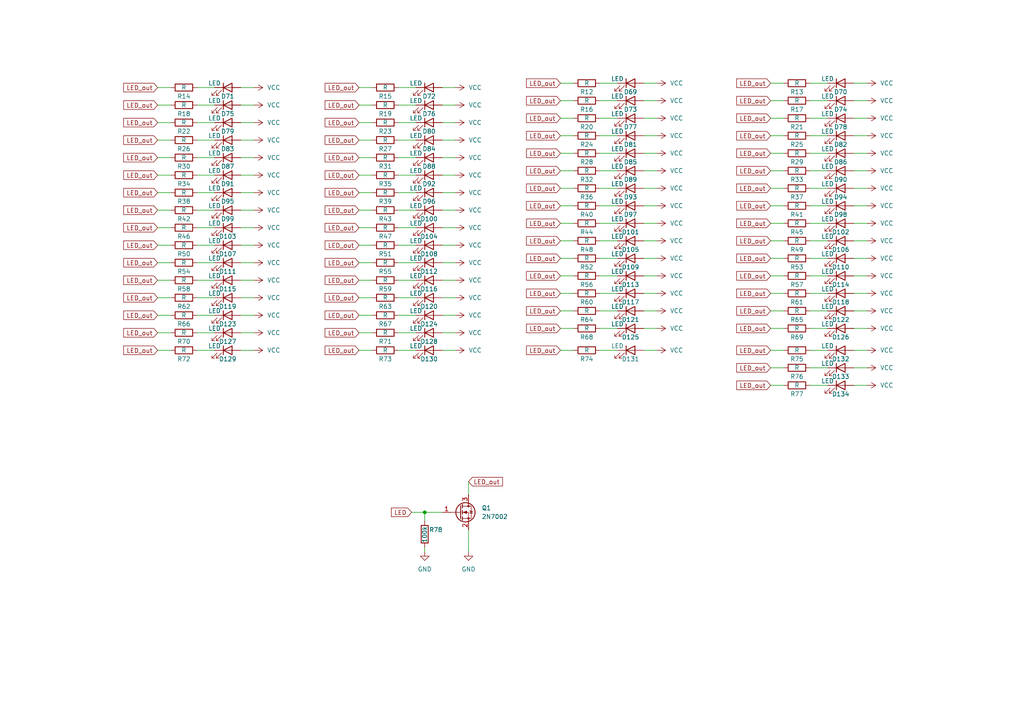
<source format=kicad_sch>
(kicad_sch (version 20211123) (generator eeschema)
  (paper "A4")
  (junction (at 123.19 148.59))
  (wire (pts (xy 120.65 35.56) (xy 115.57 35.56)))
  (wire (pts (xy 190.5 64.77) (xy 186.69 64.77)))
  (wire (pts (xy 179.07 74.93) (xy 173.99 74.93)))
  (wire (pts (xy 179.07 54.61) (xy 173.99 54.61)))
  (wire (pts (xy 223.52 74.93) (xy 227.33 74.93)))
  (wire (pts (xy 162.56 44.45) (xy 166.37 44.45)))
  (wire (pts (xy 162.56 34.29) (xy 166.37 34.29)))
  (wire (pts (xy 120.65 55.88) (xy 115.57 55.88)))
  (wire (pts (xy 73.66 101.6) (xy 69.85 101.6)))
  (wire (pts (xy 240.03 39.37) (xy 234.95 39.37)))
  (wire (pts (xy 120.65 66.04) (xy 115.57 66.04)))
  (wire (pts (xy 190.5 69.85) (xy 186.69 69.85)))
  (wire (pts (xy 223.52 49.53) (xy 227.33 49.53)))
  (wire (pts (xy 162.56 59.69) (xy 166.37 59.69)))
  (wire (pts (xy 104.14 76.2) (xy 107.95 76.2)))
  (wire (pts (xy 251.46 69.85) (xy 247.65 69.85)))
  (wire (pts (xy 162.56 101.6) (xy 166.37 101.6)))
  (wire (pts (xy 251.46 74.93) (xy 247.65 74.93)))
  (wire (pts (xy 45.72 55.88) (xy 49.53 55.88)))
  (wire (pts (xy 240.03 44.45) (xy 234.95 44.45)))
  (wire (pts (xy 45.72 50.8) (xy 49.53 50.8)))
  (wire (pts (xy 240.03 106.68) (xy 234.95 106.68)))
  (wire (pts (xy 190.5 34.29) (xy 186.69 34.29)))
  (wire (pts (xy 162.56 69.85) (xy 166.37 69.85)))
  (wire (pts (xy 251.46 106.68) (xy 247.65 106.68)))
  (wire (pts (xy 240.03 69.85) (xy 234.95 69.85)))
  (wire (pts (xy 62.23 45.72) (xy 57.15 45.72)))
  (wire (pts (xy 162.56 49.53) (xy 166.37 49.53)))
  (wire (pts (xy 190.5 101.6) (xy 186.69 101.6)))
  (wire (pts (xy 190.5 59.69) (xy 186.69 59.69)))
  (wire (pts (xy 223.52 59.69) (xy 227.33 59.69)))
  (wire (pts (xy 223.52 34.29) (xy 227.33 34.29)))
  (wire (pts (xy 132.08 66.04) (xy 128.27 66.04)))
  (wire (pts (xy 251.46 29.21) (xy 247.65 29.21)))
  (wire (pts (xy 240.03 111.76) (xy 234.95 111.76)))
  (wire (pts (xy 62.23 96.52) (xy 57.15 96.52)))
  (wire (pts (xy 123.19 148.59) (xy 128.27 148.59)))
  (wire (pts (xy 179.07 80.01) (xy 173.99 80.01)))
  (wire (pts (xy 223.52 90.17) (xy 227.33 90.17)))
  (wire (pts (xy 104.14 101.6) (xy 107.95 101.6)))
  (wire (pts (xy 179.07 101.6) (xy 173.99 101.6)))
  (wire (pts (xy 104.14 25.4) (xy 107.95 25.4)))
  (wire (pts (xy 120.65 40.64) (xy 115.57 40.64)))
  (wire (pts (xy 73.66 66.04) (xy 69.85 66.04)))
  (wire (pts (xy 179.07 95.25) (xy 173.99 95.25)))
  (wire (pts (xy 190.5 74.93) (xy 186.69 74.93)))
  (wire (pts (xy 104.14 35.56) (xy 107.95 35.56)))
  (wire (pts (xy 120.65 101.6) (xy 115.57 101.6)))
  (wire (pts (xy 240.03 80.01) (xy 234.95 80.01)))
  (wire (pts (xy 104.14 45.72) (xy 107.95 45.72)))
  (wire (pts (xy 162.56 29.21) (xy 166.37 29.21)))
  (wire (pts (xy 120.65 50.8) (xy 115.57 50.8)))
  (wire (pts (xy 132.08 45.72) (xy 128.27 45.72)))
  (wire (pts (xy 132.08 71.12) (xy 128.27 71.12)))
  (wire (pts (xy 251.46 39.37) (xy 247.65 39.37)))
  (wire (pts (xy 223.52 29.21) (xy 227.33 29.21)))
  (wire (pts (xy 104.14 40.64) (xy 107.95 40.64)))
  (wire (pts (xy 104.14 66.04) (xy 107.95 66.04)))
  (wire (pts (xy 45.72 91.44) (xy 49.53 91.44)))
  (wire (pts (xy 179.07 49.53) (xy 173.99 49.53)))
  (wire (pts (xy 45.72 40.64) (xy 49.53 40.64)))
  (wire (pts (xy 240.03 54.61) (xy 234.95 54.61)))
  (wire (pts (xy 190.5 85.09) (xy 186.69 85.09)))
  (wire (pts (xy 162.56 74.93) (xy 166.37 74.93)))
  (wire (pts (xy 223.52 111.76) (xy 227.33 111.76)))
  (wire (pts (xy 62.23 86.36) (xy 57.15 86.36)))
  (wire (pts (xy 62.23 81.28) (xy 57.15 81.28)))
  (wire (pts (xy 162.56 54.61) (xy 166.37 54.61)))
  (wire (pts (xy 62.23 25.4) (xy 57.15 25.4)))
  (wire (pts (xy 45.72 60.96) (xy 49.53 60.96)))
  (wire (pts (xy 120.65 81.28) (xy 115.57 81.28)))
  (wire (pts (xy 240.03 59.69) (xy 234.95 59.69)))
  (wire (pts (xy 132.08 50.8) (xy 128.27 50.8)))
  (wire (pts (xy 179.07 34.29) (xy 173.99 34.29)))
  (wire (pts (xy 45.72 96.52) (xy 49.53 96.52)))
  (wire (pts (xy 251.46 64.77) (xy 247.65 64.77)))
  (wire (pts (xy 45.72 30.48) (xy 49.53 30.48)))
  (wire (pts (xy 135.89 139.7) (xy 135.89 143.51)))
  (wire (pts (xy 123.19 151.13) (xy 123.19 148.59)))
  (wire (pts (xy 104.14 60.96) (xy 107.95 60.96)))
  (wire (pts (xy 251.46 101.6) (xy 247.65 101.6)))
  (wire (pts (xy 179.07 85.09) (xy 173.99 85.09)))
  (wire (pts (xy 190.5 24.13) (xy 186.69 24.13)))
  (wire (pts (xy 120.65 76.2) (xy 115.57 76.2)))
  (wire (pts (xy 179.07 39.37) (xy 173.99 39.37)))
  (wire (pts (xy 132.08 91.44) (xy 128.27 91.44)))
  (wire (pts (xy 104.14 86.36) (xy 107.95 86.36)))
  (wire (pts (xy 251.46 111.76) (xy 247.65 111.76)))
  (wire (pts (xy 162.56 90.17) (xy 166.37 90.17)))
  (wire (pts (xy 132.08 35.56) (xy 128.27 35.56)))
  (wire (pts (xy 240.03 74.93) (xy 234.95 74.93)))
  (wire (pts (xy 104.14 81.28) (xy 107.95 81.28)))
  (wire (pts (xy 45.72 45.72) (xy 49.53 45.72)))
  (wire (pts (xy 62.23 40.64) (xy 57.15 40.64)))
  (wire (pts (xy 73.66 86.36) (xy 69.85 86.36)))
  (wire (pts (xy 104.14 50.8) (xy 107.95 50.8)))
  (wire (pts (xy 240.03 101.6) (xy 234.95 101.6)))
  (wire (pts (xy 73.66 55.88) (xy 69.85 55.88)))
  (wire (pts (xy 73.66 91.44) (xy 69.85 91.44)))
  (wire (pts (xy 223.52 106.68) (xy 227.33 106.68)))
  (wire (pts (xy 73.66 96.52) (xy 69.85 96.52)))
  (wire (pts (xy 104.14 30.48) (xy 107.95 30.48)))
  (wire (pts (xy 123.19 160.02) (xy 123.19 158.75)))
  (wire (pts (xy 162.56 24.13) (xy 166.37 24.13)))
  (wire (pts (xy 73.66 76.2) (xy 69.85 76.2)))
  (wire (pts (xy 251.46 85.09) (xy 247.65 85.09)))
  (wire (pts (xy 73.66 45.72) (xy 69.85 45.72)))
  (wire (pts (xy 73.66 50.8) (xy 69.85 50.8)))
  (wire (pts (xy 73.66 25.4) (xy 69.85 25.4)))
  (wire (pts (xy 135.89 160.02) (xy 135.89 153.67)))
  (wire (pts (xy 223.52 80.01) (xy 227.33 80.01)))
  (wire (pts (xy 179.07 24.13) (xy 173.99 24.13)))
  (wire (pts (xy 190.5 90.17) (xy 186.69 90.17)))
  (wire (pts (xy 179.07 29.21) (xy 173.99 29.21)))
  (wire (pts (xy 251.46 34.29) (xy 247.65 34.29)))
  (wire (pts (xy 190.5 29.21) (xy 186.69 29.21)))
  (wire (pts (xy 240.03 24.13) (xy 234.95 24.13)))
  (wire (pts (xy 251.46 54.61) (xy 247.65 54.61)))
  (wire (pts (xy 251.46 95.25) (xy 247.65 95.25)))
  (wire (pts (xy 223.52 24.13) (xy 227.33 24.13)))
  (wire (pts (xy 120.65 71.12) (xy 115.57 71.12)))
  (wire (pts (xy 73.66 30.48) (xy 69.85 30.48)))
  (wire (pts (xy 45.72 71.12) (xy 49.53 71.12)))
  (wire (pts (xy 45.72 25.4) (xy 49.53 25.4)))
  (wire (pts (xy 162.56 80.01) (xy 166.37 80.01)))
  (wire (pts (xy 132.08 81.28) (xy 128.27 81.28)))
  (wire (pts (xy 73.66 81.28) (xy 69.85 81.28)))
  (wire (pts (xy 223.52 54.61) (xy 227.33 54.61)))
  (wire (pts (xy 162.56 64.77) (xy 166.37 64.77)))
  (wire (pts (xy 132.08 60.96) (xy 128.27 60.96)))
  (wire (pts (xy 62.23 91.44) (xy 57.15 91.44)))
  (wire (pts (xy 132.08 30.48) (xy 128.27 30.48)))
  (wire (pts (xy 132.08 101.6) (xy 128.27 101.6)))
  (wire (pts (xy 251.46 49.53) (xy 247.65 49.53)))
  (wire (pts (xy 62.23 30.48) (xy 57.15 30.48)))
  (wire (pts (xy 132.08 86.36) (xy 128.27 86.36)))
  (wire (pts (xy 120.65 45.72) (xy 115.57 45.72)))
  (wire (pts (xy 190.5 49.53) (xy 186.69 49.53)))
  (wire (pts (xy 179.07 44.45) (xy 173.99 44.45)))
  (wire (pts (xy 223.52 101.6) (xy 227.33 101.6)))
  (wire (pts (xy 132.08 55.88) (xy 128.27 55.88)))
  (wire (pts (xy 120.65 96.52) (xy 115.57 96.52)))
  (wire (pts (xy 162.56 95.25) (xy 166.37 95.25)))
  (wire (pts (xy 45.72 66.04) (xy 49.53 66.04)))
  (wire (pts (xy 62.23 66.04) (xy 57.15 66.04)))
  (wire (pts (xy 73.66 35.56) (xy 69.85 35.56)))
  (wire (pts (xy 179.07 90.17) (xy 173.99 90.17)))
  (wire (pts (xy 251.46 80.01) (xy 247.65 80.01)))
  (wire (pts (xy 190.5 44.45) (xy 186.69 44.45)))
  (wire (pts (xy 179.07 59.69) (xy 173.99 59.69)))
  (wire (pts (xy 223.52 44.45) (xy 227.33 44.45)))
  (wire (pts (xy 179.07 69.85) (xy 173.99 69.85)))
  (wire (pts (xy 120.65 91.44) (xy 115.57 91.44)))
  (wire (pts (xy 240.03 85.09) (xy 234.95 85.09)))
  (wire (pts (xy 45.72 86.36) (xy 49.53 86.36)))
  (wire (pts (xy 104.14 91.44) (xy 107.95 91.44)))
  (wire (pts (xy 251.46 90.17) (xy 247.65 90.17)))
  (wire (pts (xy 73.66 40.64) (xy 69.85 40.64)))
  (wire (pts (xy 251.46 59.69) (xy 247.65 59.69)))
  (wire (pts (xy 120.65 25.4) (xy 115.57 25.4)))
  (wire (pts (xy 119.38 148.59) (xy 123.19 148.59)))
  (wire (pts (xy 62.23 101.6) (xy 57.15 101.6)))
  (wire (pts (xy 62.23 55.88) (xy 57.15 55.88)))
  (wire (pts (xy 120.65 86.36) (xy 115.57 86.36)))
  (wire (pts (xy 223.52 39.37) (xy 227.33 39.37)))
  (wire (pts (xy 240.03 95.25) (xy 234.95 95.25)))
  (wire (pts (xy 251.46 44.45) (xy 247.65 44.45)))
  (wire (pts (xy 45.72 76.2) (xy 49.53 76.2)))
  (wire (pts (xy 190.5 80.01) (xy 186.69 80.01)))
  (wire (pts (xy 132.08 25.4) (xy 128.27 25.4)))
  (wire (pts (xy 251.46 24.13) (xy 247.65 24.13)))
  (wire (pts (xy 62.23 35.56) (xy 57.15 35.56)))
  (wire (pts (xy 240.03 29.21) (xy 234.95 29.21)))
  (wire (pts (xy 190.5 54.61) (xy 186.69 54.61)))
  (wire (pts (xy 73.66 71.12) (xy 69.85 71.12)))
  (wire (pts (xy 179.07 64.77) (xy 173.99 64.77)))
  (wire (pts (xy 104.14 71.12) (xy 107.95 71.12)))
  (wire (pts (xy 190.5 39.37) (xy 186.69 39.37)))
  (wire (pts (xy 73.66 60.96) (xy 69.85 60.96)))
  (wire (pts (xy 190.5 95.25) (xy 186.69 95.25)))
  (wire (pts (xy 162.56 39.37) (xy 166.37 39.37)))
  (wire (pts (xy 223.52 69.85) (xy 227.33 69.85)))
  (wire (pts (xy 45.72 35.56) (xy 49.53 35.56)))
  (wire (pts (xy 104.14 96.52) (xy 107.95 96.52)))
  (wire (pts (xy 240.03 34.29) (xy 234.95 34.29)))
  (wire (pts (xy 62.23 76.2) (xy 57.15 76.2)))
  (wire (pts (xy 62.23 50.8) (xy 57.15 50.8)))
  (wire (pts (xy 120.65 60.96) (xy 115.57 60.96)))
  (wire (pts (xy 223.52 85.09) (xy 227.33 85.09)))
  (wire (pts (xy 45.72 101.6) (xy 49.53 101.6)))
  (wire (pts (xy 62.23 60.96) (xy 57.15 60.96)))
  (wire (pts (xy 120.65 30.48) (xy 115.57 30.48)))
  (wire (pts (xy 62.23 71.12) (xy 57.15 71.12)))
  (wire (pts (xy 132.08 96.52) (xy 128.27 96.52)))
  (wire (pts (xy 240.03 49.53) (xy 234.95 49.53)))
  (wire (pts (xy 132.08 76.2) (xy 128.27 76.2)))
  (wire (pts (xy 240.03 90.17) (xy 234.95 90.17)))
  (wire (pts (xy 132.08 40.64) (xy 128.27 40.64)))
  (wire (pts (xy 223.52 64.77) (xy 227.33 64.77)))
  (wire (pts (xy 223.52 95.25) (xy 227.33 95.25)))
  (wire (pts (xy 45.72 81.28) (xy 49.53 81.28)))
  (wire (pts (xy 162.56 85.09) (xy 166.37 85.09)))
  (wire (pts (xy 104.14 55.88) (xy 107.95 55.88)))
  (wire (pts (xy 240.03 64.77) (xy 234.95 64.77)))
  (global_label "LED_out" (shape input) (at 104.14 101.6 180) (property "Intersheet References" "${INTERSHEET_REFS}" (effects hide)))
  (global_label "LED_out" (shape input) (at 104.14 25.4 180) (property "Intersheet References" "${INTERSHEET_REFS}" (effects hide)))
  (global_label "LED_out" (shape input) (at 104.14 30.48 180) (property "Intersheet References" "${INTERSHEET_REFS}" (effects hide)))
  (global_label "LED_out" (shape input) (at 162.56 90.17 180) (property "Intersheet References" "${INTERSHEET_REFS}" (effects hide)))
  (global_label "LED_out" (shape input) (at 162.56 44.45 180) (property "Intersheet References" "${INTERSHEET_REFS}" (effects hide)))
  (global_label "LED_out" (shape input) (at 45.72 60.96 180) (property "Intersheet References" "${INTERSHEET_REFS}" (effects hide)))
  (global_label "LED_out" (shape input) (at 162.56 64.77 180) (property "Intersheet References" "${INTERSHEET_REFS}" (effects hide)))
  (global_label "LED_out" (shape input) (at 162.56 24.13 180) (property "Intersheet References" "${INTERSHEET_REFS}" (effects hide)))
  (global_label "LED_out" (shape input) (at 45.72 55.88 180) (property "Intersheet References" "${INTERSHEET_REFS}" (effects hide)))
  (global_label "LED_out" (shape input) (at 104.14 76.2 180) (property "Intersheet References" "${INTERSHEET_REFS}" (effects hide)))
  (global_label "LED_out" (shape input) (at 223.52 34.29 180) (property "Intersheet References" "${INTERSHEET_REFS}" (effects hide)))
  (global_label "LED_out" (shape input) (at 223.52 95.25 180) (property "Intersheet References" "${INTERSHEET_REFS}" (effects hide)))
  (global_label "LED_out" (shape input) (at 223.52 74.93 180) (property "Intersheet References" "${INTERSHEET_REFS}" (effects hide)))
  (global_label "LED_out" (shape input) (at 162.56 69.85 180) (property "Intersheet References" "${INTERSHEET_REFS}" (effects hide)))
  (global_label "LED_out" (shape input) (at 104.14 96.52 180) (property "Intersheet References" "${INTERSHEET_REFS}" (effects hide)))
  (global_label "LED_out" (shape input) (at 223.52 106.68 180) (property "Intersheet References" "${INTERSHEET_REFS}" (effects hide)))
  (global_label "LED_out" (shape input) (at 45.72 96.52 180) (property "Intersheet References" "${INTERSHEET_REFS}" (effects hide)))
  (global_label "LED_out" (shape input) (at 162.56 101.6 180) (property "Intersheet References" "${INTERSHEET_REFS}" (effects hide)))
  (global_label "LED_out" (shape input) (at 162.56 29.21 180) (property "Intersheet References" "${INTERSHEET_REFS}" (effects hide)))
  (global_label "LED_out" (shape input) (at 104.14 81.28 180) (property "Intersheet References" "${INTERSHEET_REFS}" (effects hide)))
  (global_label "LED_out" (shape input) (at 104.14 71.12 180) (property "Intersheet References" "${INTERSHEET_REFS}" (effects hide)))
  (global_label "LED_out" (shape input) (at 223.52 59.69 180) (property "Intersheet References" "${INTERSHEET_REFS}" (effects hide)))
  (global_label "LED_out" (shape input) (at 223.52 101.6 180) (property "Intersheet References" "${INTERSHEET_REFS}" (effects hide)))
  (global_label "LED_out" (shape input) (at 223.52 69.85 180) (property "Intersheet References" "${INTERSHEET_REFS}" (effects hide)))
  (global_label "LED_out" (shape input) (at 223.52 29.21 180) (property "Intersheet References" "${INTERSHEET_REFS}" (effects hide)))
  (global_label "LED_out" (shape input) (at 223.52 39.37 180) (property "Intersheet References" "${INTERSHEET_REFS}" (effects hide)))
  (global_label "LED" (shape input) (at 119.38 148.59 180) (property "Intersheet References" "${INTERSHEET_REFS}" (effects hide)))
  (global_label "LED_out" (shape input) (at 104.14 55.88 180) (property "Intersheet References" "${INTERSHEET_REFS}" (effects hide)))
  (global_label "LED_out" (shape input) (at 223.52 85.09 180) (property "Intersheet References" "${INTERSHEET_REFS}" (effects hide)))
  (global_label "LED_out" (shape input) (at 104.14 35.56 180) (property "Intersheet References" "${INTERSHEET_REFS}" (effects hide)))
  (global_label "LED_out" (shape input) (at 45.72 45.72 180) (property "Intersheet References" "${INTERSHEET_REFS}" (effects hide)))
  (global_label "LED_out" (shape input) (at 135.89 139.7 0) (property "Intersheet References" "${INTERSHEET_REFS}" (effects hide)))
  (global_label "LED_out" (shape input) (at 45.72 35.56 180) (property "Intersheet References" "${INTERSHEET_REFS}" (effects hide)))
  (global_label "LED_out" (shape input) (at 223.52 44.45 180) (property "Intersheet References" "${INTERSHEET_REFS}" (effects hide)))
  (global_label "LED_out" (shape input) (at 104.14 86.36 180) (property "Intersheet References" "${INTERSHEET_REFS}" (effects hide)))
  (global_label "LED_out" (shape input) (at 104.14 91.44 180) (property "Intersheet References" "${INTERSHEET_REFS}" (effects hide)))
  (global_label "LED_out" (shape input) (at 162.56 80.01 180) (property "Intersheet References" "${INTERSHEET_REFS}" (effects hide)))
  (global_label "LED_out" (shape input) (at 223.52 90.17 180) (property "Intersheet References" "${INTERSHEET_REFS}" (effects hide)))
  (global_label "LED_out" (shape input) (at 223.52 64.77 180) (property "Intersheet References" "${INTERSHEET_REFS}" (effects hide)))
  (global_label "LED_out" (shape input) (at 223.52 80.01 180) (property "Intersheet References" "${INTERSHEET_REFS}" (effects hide)))
  (global_label "LED_out" (shape input) (at 104.14 40.64 180) (property "Intersheet References" "${INTERSHEET_REFS}" (effects hide)))
  (global_label "LED_out" (shape input) (at 45.72 91.44 180) (property "Intersheet References" "${INTERSHEET_REFS}" (effects hide)))
  (global_label "LED_out" (shape input) (at 223.52 24.13 180) (property "Intersheet References" "${INTERSHEET_REFS}" (effects hide)))
  (global_label "LED_out" (shape input) (at 45.72 76.2 180) (property "Intersheet References" "${INTERSHEET_REFS}" (effects hide)))
  (global_label "LED_out" (shape input) (at 45.72 86.36 180) (property "Intersheet References" "${INTERSHEET_REFS}" (effects hide)))
  (global_label "LED_out" (shape input) (at 223.52 49.53 180) (property "Intersheet References" "${INTERSHEET_REFS}" (effects hide)))
  (global_label "LED_out" (shape input) (at 45.72 66.04 180) (property "Intersheet References" "${INTERSHEET_REFS}" (effects hide)))
  (global_label "LED_out" (shape input) (at 104.14 50.8 180) (property "Intersheet References" "${INTERSHEET_REFS}" (effects hide)))
  (global_label "LED_out" (shape input) (at 104.14 60.96 180) (property "Intersheet References" "${INTERSHEET_REFS}" (effects hide)))
  (global_label "LED_out" (shape input) (at 162.56 34.29 180) (property "Intersheet References" "${INTERSHEET_REFS}" (effects hide)))
  (global_label "LED_out" (shape input) (at 162.56 39.37 180) (property "Intersheet References" "${INTERSHEET_REFS}" (effects hide)))
  (global_label "LED_out" (shape input) (at 162.56 59.69 180) (property "Intersheet References" "${INTERSHEET_REFS}" (effects hide)))
  (global_label "LED_out" (shape input) (at 223.52 54.61 180) (property "Intersheet References" "${INTERSHEET_REFS}" (effects hide)))
  (global_label "LED_out" (shape input) (at 162.56 95.25 180) (property "Intersheet References" "${INTERSHEET_REFS}" (effects hide)))
  (global_label "LED_out" (shape input) (at 45.72 71.12 180) (property "Intersheet References" "${INTERSHEET_REFS}" (effects hide)))
  (global_label "LED_out" (shape input) (at 104.14 45.72 180) (property "Intersheet References" "${INTERSHEET_REFS}" (effects hide)))
  (global_label "LED_out" (shape input) (at 45.72 40.64 180) (property "Intersheet References" "${INTERSHEET_REFS}" (effects hide)))
  (global_label "LED_out" (shape input) (at 45.72 101.6 180) (property "Intersheet References" "${INTERSHEET_REFS}" (effects hide)))
  (global_label "LED_out" (shape input) (at 162.56 54.61 180) (property "Intersheet References" "${INTERSHEET_REFS}" (effects hide)))
  (global_label "LED_out" (shape input) (at 104.14 66.04 180) (property "Intersheet References" "${INTERSHEET_REFS}" (effects hide)))
  (global_label "LED_out" (shape input) (at 162.56 74.93 180) (property "Intersheet References" "${INTERSHEET_REFS}" (effects hide)))
  (global_label "LED_out" (shape input) (at 162.56 85.09 180) (property "Intersheet References" "${INTERSHEET_REFS}" (effects hide)))
  (global_label "LED_out" (shape input) (at 162.56 49.53 180) (property "Intersheet References" "${INTERSHEET_REFS}" (effects hide)))
  (global_label "LED_out" (shape input) (at 45.72 25.4 180) (property "Intersheet References" "${INTERSHEET_REFS}" (effects hide)))
  (global_label "LED_out" (shape input) (at 45.72 81.28 180) (property "Intersheet References" "${INTERSHEET_REFS}" (effects hide)))
  (global_label "LED_out" (shape input) (at 45.72 30.48 180) (property "Intersheet References" "${INTERSHEET_REFS}" (effects hide)))
  (global_label "LED_out" (shape input) (at 45.72 50.8 180) (property "Intersheet References" "${INTERSHEET_REFS}" (effects hide)))
  (global_label "LED_out" (shape input) (at 223.52 111.76 180) (property "Intersheet References" "${INTERSHEET_REFS}" (effects hide)))
  (symbol (lib_id "Device:R") (at 111.76 71.12 270) (unit 1)
    (property "Reference" "R51" (at 111.76 73.66 90))
    (property "Value" "R" (at 111.76 71.12 90))
    (property "Footprint" "Resistor_SMD:R_0603_1608Metric_Pad0.98x0.95mm_HandSolder" (effects hide))
  )
  (symbol (lib_id "Device:LED") (at 182.88 90.17 0) (unit 1)
    (property "Reference" "D121" (at 182.88 92.71 0))
    (property "Value" "LED" (at 179.07 88.9 0))
    (property "Footprint" "Library:LED6028-3228-2pin" (effects hide))
  )
  (symbol (lib_id "power:VCC") (at 73.66 25.4 270) (unit 1)
    (property "Reference" "#PWR077" (effects hide))
    (property "Value" "VCC" (at 77.47 25.4001 90) (effects (justify left)))
  )
  (symbol (lib_id "Device:LED") (at 66.04 91.44 0) (unit 1)
    (property "Reference" "D123" (at 66.04 93.98 0))
    (property "Value" "LED" (at 62.23 90.17 0))
    (property "Footprint" "Library:LED6028-3228-2pin" (effects hide))
  )
  (symbol (lib_id "Device:R") (at 53.34 86.36 270) (unit 1)
    (property "Reference" "R62" (at 53.34 88.9 90))
    (property "Value" "R" (at 53.34 86.36 90))
    (property "Footprint" "Resistor_SMD:R_0603_1608Metric_Pad0.98x0.95mm_HandSolder" (effects hide))
  )
  (symbol (lib_id "power:VCC") (at 251.46 69.85 270) (unit 1)
    (property "Reference" "#PWR0112" (effects hide))
    (property "Value" "VCC" (at 255.27 69.8501 90) (effects (justify left)))
  )
  (symbol (lib_id "Device:R") (at 111.76 45.72 270) (unit 1)
    (property "Reference" "R31" (at 111.76 48.26 90))
    (property "Value" "R" (at 111.76 45.72 90))
    (property "Footprint" "Resistor_SMD:R_0603_1608Metric_Pad0.98x0.95mm_HandSolder" (effects hide))
  )
  (symbol (lib_id "Device:R") (at 231.14 85.09 270) (unit 1)
    (property "Reference" "R61" (at 231.14 87.63 90))
    (property "Value" "R" (at 231.14 85.09 90))
    (property "Footprint" "Resistor_SMD:R_0603_1608Metric_Pad0.98x0.95mm_HandSolder" (effects hide))
  )
  (symbol (lib_id "power:VCC") (at 132.08 81.28 270) (unit 1)
    (property "Reference" "#PWR0122" (effects hide))
    (property "Value" "VCC" (at 135.89 81.2801 90) (effects (justify left)))
  )
  (symbol (lib_id "Device:LED") (at 243.84 54.61 0) (unit 1)
    (property "Reference" "D94" (at 243.84 57.15 0))
    (property "Value" "LED" (at 240.03 53.34 0))
    (property "Footprint" "Library:LED6028-3228-2pin" (effects hide))
  )
  (symbol (lib_id "Device:LED") (at 243.84 111.76 0) (unit 1)
    (property "Reference" "D134" (at 243.84 114.3 0))
    (property "Value" "LED" (at 240.03 110.49 0))
    (property "Footprint" "Library:LED6028-3228-2pin" (effects hide))
  )
  (symbol (lib_id "Device:LED") (at 66.04 86.36 0) (unit 1)
    (property "Reference" "D119" (at 66.04 88.9 0))
    (property "Value" "LED" (at 62.23 85.09 0))
    (property "Footprint" "Library:LED6028-3228-2pin" (effects hide))
  )
  (symbol (lib_id "Device:LED") (at 66.04 45.72 0) (unit 1)
    (property "Reference" "D87" (at 66.04 48.26 0))
    (property "Value" "LED" (at 62.23 44.45 0))
    (property "Footprint" "Library:LED6028-3228-2pin" (effects hide))
  )
  (symbol (lib_id "Device:R") (at 170.18 64.77 270) (unit 1)
    (property "Reference" "R44" (at 170.18 67.31 90))
    (property "Value" "R" (at 170.18 64.77 90))
    (property "Footprint" "Resistor_SMD:R_0603_1608Metric_Pad0.98x0.95mm_HandSolder" (effects hide))
  )
  (symbol (lib_id "Device:R") (at 53.34 66.04 270) (unit 1)
    (property "Reference" "R46" (at 53.34 68.58 90))
    (property "Value" "R" (at 53.34 66.04 90))
    (property "Footprint" "Resistor_SMD:R_0603_1608Metric_Pad0.98x0.95mm_HandSolder" (effects hide))
  )
  (symbol (lib_id "power:VCC") (at 251.46 80.01 270) (unit 1)
    (property "Reference" "#PWR0120" (effects hide))
    (property "Value" "VCC" (at 255.27 80.0101 90) (effects (justify left)))
  )
  (symbol (lib_id "Device:LED") (at 182.88 29.21 0) (unit 1)
    (property "Reference" "D73" (at 182.88 31.75 0))
    (property "Value" "LED" (at 179.07 27.94 0))
    (property "Footprint" "Library:LED6028-3228-2pin" (effects hide))
  )
  (symbol (lib_id "Device:LED") (at 66.04 96.52 0) (unit 1)
    (property "Reference" "D127" (at 66.04 99.06 0))
    (property "Value" "LED" (at 62.23 95.25 0))
    (property "Footprint" "Library:LED6028-3228-2pin" (effects hide))
  )
  (symbol (lib_id "power:VCC") (at 190.5 59.69 270) (unit 1)
    (property "Reference" "#PWR0103" (effects hide))
    (property "Value" "VCC" (at 194.31 59.6901 90) (effects (justify left)))
  )
  (symbol (lib_id "Device:R") (at 53.34 96.52 270) (unit 1)
    (property "Reference" "R70" (at 53.34 99.06 90))
    (property "Value" "R" (at 53.34 96.52 90))
    (property "Footprint" "Resistor_SMD:R_0603_1608Metric_Pad0.98x0.95mm_HandSolder" (effects hide))
  )
  (symbol (lib_id "Device:R") (at 53.34 50.8 270) (unit 1)
    (property "Reference" "R34" (at 53.34 53.34 90))
    (property "Value" "R" (at 53.34 50.8 90))
    (property "Footprint" "Resistor_SMD:R_0603_1608Metric_Pad0.98x0.95mm_HandSolder" (effects hide))
  )
  (symbol (lib_id "Device:LED") (at 243.84 80.01 0) (unit 1)
    (property "Reference" "D114" (at 243.84 82.55 0))
    (property "Value" "LED" (at 240.03 78.74 0))
    (property "Footprint" "Library:LED6028-3228-2pin" (effects hide))
  )
  (symbol (lib_id "Device:R") (at 231.14 64.77 270) (unit 1)
    (property "Reference" "R45" (at 231.14 67.31 90))
    (property "Value" "R" (at 231.14 64.77 90))
    (property "Footprint" "Resistor_SMD:R_0603_1608Metric_Pad0.98x0.95mm_HandSolder" (effects hide))
  )
  (symbol (lib_id "Device:R") (at 111.76 60.96 270) (unit 1)
    (property "Reference" "R43" (at 111.76 63.5 90))
    (property "Value" "R" (at 111.76 60.96 90))
    (property "Footprint" "Resistor_SMD:R_0603_1608Metric_Pad0.98x0.95mm_HandSolder" (effects hide))
  )
  (symbol (lib_id "power:VCC") (at 251.46 95.25 270) (unit 1)
    (property "Reference" "#PWR0132" (effects hide))
    (property "Value" "VCC" (at 255.27 95.2501 90) (effects (justify left)))
  )
  (symbol (lib_id "Device:LED") (at 243.84 69.85 0) (unit 1)
    (property "Reference" "D106" (at 243.84 72.39 0))
    (property "Value" "LED" (at 240.03 68.58 0))
    (property "Footprint" "Library:LED6028-3228-2pin" (effects hide))
  )
  (symbol (lib_id "power:VCC") (at 132.08 91.44 270) (unit 1)
    (property "Reference" "#PWR0130" (effects hide))
    (property "Value" "VCC" (at 135.89 91.4401 90) (effects (justify left)))
  )
  (symbol (lib_id "Device:R") (at 111.76 40.64 270) (unit 1)
    (property "Reference" "R27" (at 111.76 43.18 90))
    (property "Value" "R" (at 111.76 40.64 90))
    (property "Footprint" "Resistor_SMD:R_0603_1608Metric_Pad0.98x0.95mm_HandSolder" (effects hide))
  )
  (symbol (lib_id "Device:LED") (at 66.04 50.8 0) (unit 1)
    (property "Reference" "D91" (at 66.04 53.34 0))
    (property "Value" "LED" (at 62.23 49.53 0))
    (property "Footprint" "Library:LED6028-3228-2pin" (effects hide))
  )
  (symbol (lib_id "Device:R") (at 170.18 34.29 270) (unit 1)
    (property "Reference" "R20" (at 170.18 36.83 90))
    (property "Value" "R" (at 170.18 34.29 90))
    (property "Footprint" "Resistor_SMD:R_0603_1608Metric_Pad0.98x0.95mm_HandSolder" (effects hide))
  )
  (symbol (lib_id "Device:R") (at 231.14 106.68 270) (unit 1)
    (property "Reference" "R76" (at 231.14 109.22 90))
    (property "Value" "R" (at 231.14 106.68 90))
    (property "Footprint" "Resistor_SMD:R_0603_1608Metric_Pad0.98x0.95mm_HandSolder" (effects hide))
  )
  (symbol (lib_id "Device:LED") (at 124.46 25.4 0) (unit 1)
    (property "Reference" "D72" (at 124.46 27.94 0))
    (property "Value" "LED" (at 120.65 24.13 0))
    (property "Footprint" "Library:LED6028-3228-2pin" (effects hide))
  )
  (symbol (lib_id "Device:R") (at 53.34 25.4 270) (unit 1)
    (property "Reference" "R14" (at 53.34 27.94 90))
    (property "Value" "R" (at 53.34 25.4 90))
    (property "Footprint" "Resistor_SMD:R_0603_1608Metric_Pad0.98x0.95mm_HandSolder" (effects hide))
  )
  (symbol (lib_id "Device:LED") (at 243.84 59.69 0) (unit 1)
    (property "Reference" "D98" (at 243.84 62.23 0))
    (property "Value" "LED" (at 240.03 58.42 0))
    (property "Footprint" "Library:LED6028-3228-2pin" (effects hide))
  )
  (symbol (lib_id "Device:R") (at 170.18 69.85 270) (unit 1)
    (property "Reference" "R48" (at 170.18 72.39 90))
    (property "Value" "R" (at 170.18 69.85 90))
    (property "Footprint" "Resistor_SMD:R_0603_1608Metric_Pad0.98x0.95mm_HandSolder" (effects hide))
  )
  (symbol (lib_id "power:VCC") (at 132.08 50.8 270) (unit 1)
    (property "Reference" "#PWR098" (effects hide))
    (property "Value" "VCC" (at 135.89 50.8001 90) (effects (justify left)))
  )
  (symbol (lib_id "Device:LED") (at 182.88 39.37 0) (unit 1)
    (property "Reference" "D81" (at 182.88 41.91 0))
    (property "Value" "LED" (at 179.07 38.1 0))
    (property "Footprint" "Library:LED6028-3228-2pin" (effects hide))
  )
  (symbol (lib_id "Device:LED") (at 66.04 30.48 0) (unit 1)
    (property "Reference" "D75" (at 66.04 33.02 0))
    (property "Value" "LED" (at 62.23 29.21 0))
    (property "Footprint" "Library:LED6028-3228-2pin" (effects hide))
  )
  (symbol (lib_id "power:VCC") (at 251.46 54.61 270) (unit 1)
    (property "Reference" "#PWR0100" (effects hide))
    (property "Value" "VCC" (at 255.27 54.6101 90) (effects (justify left)))
  )
  (symbol (lib_id "Device:R") (at 231.14 29.21 270) (unit 1)
    (property "Reference" "R17" (at 231.14 31.75 90))
    (property "Value" "R" (at 231.14 29.21 90))
    (property "Footprint" "Resistor_SMD:R_0603_1608Metric_Pad0.98x0.95mm_HandSolder" (effects hide))
  )
  (symbol (lib_id "Device:R") (at 111.76 30.48 270) (unit 1)
    (property "Reference" "R19" (at 111.76 33.02 90))
    (property "Value" "R" (at 111.76 30.48 90))
    (property "Footprint" "Resistor_SMD:R_0603_1608Metric_Pad0.98x0.95mm_HandSolder" (effects hide))
  )
  (symbol (lib_id "Device:R") (at 170.18 44.45 270) (unit 1)
    (property "Reference" "R28" (at 170.18 46.99 90))
    (property "Value" "R" (at 170.18 44.45 90))
    (property "Footprint" "Resistor_SMD:R_0603_1608Metric_Pad0.98x0.95mm_HandSolder" (effects hide))
  )
  (symbol (lib_id "power:VCC") (at 190.5 54.61 270) (unit 1)
    (property "Reference" "#PWR099" (effects hide))
    (property "Value" "VCC" (at 194.31 54.6101 90) (effects (justify left)))
  )
  (symbol (lib_id "Device:R") (at 231.14 59.69 270) (unit 1)
    (property "Reference" "R41" (at 231.14 62.23 90))
    (property "Value" "R" (at 231.14 59.69 90))
    (property "Footprint" "Resistor_SMD:R_0603_1608Metric_Pad0.98x0.95mm_HandSolder" (effects hide))
  )
  (symbol (lib_id "Transistor_FET:2N7002") (at 133.35 148.59 0) (unit 1)
    (property "Reference" "Q1" (at 139.7 147.3199 0) (effects (justify left)))
    (property "Value" "2N7002" (at 139.7 149.8599 0) (effects (justify left)))
    (property "Footprint" "Package_TO_SOT_SMD:SOT-23" (effects hide))
    (property "Datasheet" "https://www.onsemi.com/pub/Collateral/NDS7002A-D.PDF" (effects hide))
  )
  (symbol (lib_id "power:VCC") (at 251.46 101.6 270) (unit 1)
    (property "Reference" "#PWR0138" (effects hide))
    (property "Value" "VCC" (at 255.27 101.6001 90) (effects (justify left)))
  )
  (symbol (lib_id "Device:R") (at 111.76 81.28 270) (unit 1)
    (property "Reference" "R59" (at 111.76 83.82 90))
    (property "Value" "R" (at 111.76 81.28 90))
    (property "Footprint" "Resistor_SMD:R_0603_1608Metric_Pad0.98x0.95mm_HandSolder" (effects hide))
  )
  (symbol (lib_id "Device:R") (at 231.14 34.29 270) (unit 1)
    (property "Reference" "R21" (at 231.14 36.83 90))
    (property "Value" "R" (at 231.14 34.29 90))
    (property "Footprint" "Resistor_SMD:R_0603_1608Metric_Pad0.98x0.95mm_HandSolder" (effects hide))
  )
  (symbol (lib_id "Device:LED") (at 243.84 106.68 0) (unit 1)
    (property "Reference" "D133" (at 243.84 109.22 0))
    (property "Value" "LED" (at 240.03 105.41 0))
    (property "Footprint" "Library:LED6028-3228-2pin" (effects hide))
  )
  (symbol (lib_id "Device:LED") (at 124.46 50.8 0) (unit 1)
    (property "Reference" "D92" (at 124.46 53.34 0))
    (property "Value" "LED" (at 120.65 49.53 0))
    (property "Footprint" "Library:LED6028-3228-2pin" (effects hide))
  )
  (symbol (lib_id "Device:LED") (at 243.84 29.21 0) (unit 1)
    (property "Reference" "D74" (at 243.84 31.75 0))
    (property "Value" "LED" (at 240.03 27.94 0))
    (property "Footprint" "Library:LED6028-3228-2pin" (effects hide))
  )
  (symbol (lib_id "Device:LED") (at 182.88 44.45 0) (unit 1)
    (property "Reference" "D85" (at 182.88 46.99 0))
    (property "Value" "LED" (at 179.07 43.18 0))
    (property "Footprint" "Library:LED6028-3228-2pin" (effects hide))
  )
  (symbol (lib_id "power:VCC") (at 190.5 64.77 270) (unit 1)
    (property "Reference" "#PWR0107" (effects hide))
    (property "Value" "VCC" (at 194.31 64.7701 90) (effects (justify left)))
  )
  (symbol (lib_id "Device:LED") (at 243.84 64.77 0) (unit 1)
    (property "Reference" "D102" (at 243.84 67.31 0))
    (property "Value" "LED" (at 240.03 63.5 0))
    (property "Footprint" "Library:LED6028-3228-2pin" (effects hide))
  )
  (symbol (lib_id "Device:LED") (at 124.46 86.36 0) (unit 1)
    (property "Reference" "D120" (at 124.46 88.9 0))
    (property "Value" "LED" (at 120.65 85.09 0))
    (property "Footprint" "Library:LED6028-3228-2pin" (effects hide))
  )
  (symbol (lib_id "power:VCC") (at 73.66 60.96 270) (unit 1)
    (property "Reference" "#PWR0105" (effects hide))
    (property "Value" "VCC" (at 77.47 60.9601 90) (effects (justify left)))
  )
  (symbol (lib_id "Device:LED") (at 66.04 55.88 0) (unit 1)
    (property "Reference" "D95" (at 66.04 58.42 0))
    (property "Value" "LED" (at 62.23 54.61 0))
    (property "Footprint" "Library:LED6028-3228-2pin" (effects hide))
  )
  (symbol (lib_id "Device:R") (at 231.14 24.13 270) (unit 1)
    (property "Reference" "R13" (at 231.14 26.67 90))
    (property "Value" "R" (at 231.14 24.13 90))
    (property "Footprint" "Resistor_SMD:R_0603_1608Metric_Pad0.98x0.95mm_HandSolder" (effects hide))
  )
  (symbol (lib_id "power:VCC") (at 251.46 111.76 270) (unit 1)
    (property "Reference" "#PWR0140" (effects hide))
    (property "Value" "VCC" (at 255.27 111.7601 90) (effects (justify left)))
  )
  (symbol (lib_id "Device:LED") (at 182.88 24.13 0) (unit 1)
    (property "Reference" "D69" (at 182.88 26.67 0))
    (property "Value" "LED" (at 179.07 22.86 0))
    (property "Footprint" "Library:LED6028-3228-2pin" (effects hide))
  )
  (symbol (lib_id "Device:R") (at 53.34 101.6 270) (unit 1)
    (property "Reference" "R72" (at 53.34 104.14 90))
    (property "Value" "R" (at 53.34 101.6 90))
    (property "Footprint" "Resistor_SMD:R_0603_1608Metric_Pad0.98x0.95mm_HandSolder" (effects hide))
  )
  (symbol (lib_id "power:VCC") (at 251.46 59.69 270) (unit 1)
    (property "Reference" "#PWR0104" (effects hide))
    (property "Value" "VCC" (at 255.27 59.6901 90) (effects (justify left)))
  )
  (symbol (lib_id "Device:LED") (at 243.84 101.6 0) (unit 1)
    (property "Reference" "D132" (at 243.84 104.14 0))
    (property "Value" "LED" (at 240.03 100.33 0))
    (property "Footprint" "Library:LED6028-3228-2pin" (effects hide))
  )
  (symbol (lib_id "Device:R") (at 231.14 111.76 270) (unit 1)
    (property "Reference" "R77" (at 231.14 114.3 90))
    (property "Value" "R" (at 231.14 111.76 90))
    (property "Footprint" "Resistor_SMD:R_0603_1608Metric_Pad0.98x0.95mm_HandSolder" (effects hide))
  )
  (symbol (lib_id "power:VCC") (at 73.66 35.56 270) (unit 1)
    (property "Reference" "#PWR085" (effects hide))
    (property "Value" "VCC" (at 77.47 35.5601 90) (effects (justify left)))
  )
  (symbol (lib_id "Device:LED") (at 243.84 39.37 0) (unit 1)
    (property "Reference" "D82" (at 243.84 41.91 0))
    (property "Value" "LED" (at 240.03 38.1 0))
    (property "Footprint" "Library:LED6028-3228-2pin" (effects hide))
  )
  (symbol (lib_id "power:VCC") (at 73.66 96.52 270) (unit 1)
    (property "Reference" "#PWR0133" (effects hide))
    (property "Value" "VCC" (at 77.47 96.5201 90) (effects (justify left)))
  )
  (symbol (lib_id "Device:R") (at 111.76 50.8 270) (unit 1)
    (property "Reference" "R35" (at 111.76 53.34 90))
    (property "Value" "R" (at 111.76 50.8 90))
    (property "Footprint" "Resistor_SMD:R_0603_1608Metric_Pad0.98x0.95mm_HandSolder" (effects hide))
  )
  (symbol (lib_id "Device:R") (at 111.76 101.6 270) (unit 1)
    (property "Reference" "R73" (at 111.76 104.14 90))
    (property "Value" "R" (at 111.76 101.6 90))
    (property "Footprint" "Resistor_SMD:R_0603_1608Metric_Pad0.98x0.95mm_HandSolder" (effects hide))
  )
  (symbol (lib_id "Device:R") (at 53.34 60.96 270) (unit 1)
    (property "Reference" "R42" (at 53.34 63.5 90))
    (property "Value" "R" (at 53.34 60.96 90))
    (property "Footprint" "Resistor_SMD:R_0603_1608Metric_Pad0.98x0.95mm_HandSolder" (effects hide))
  )
  (symbol (lib_id "Device:R") (at 231.14 90.17 270) (unit 1)
    (property "Reference" "R65" (at 231.14 92.71 90))
    (property "Value" "R" (at 231.14 90.17 90))
    (property "Footprint" "Resistor_SMD:R_0603_1608Metric_Pad0.98x0.95mm_HandSolder" (effects hide))
  )
  (symbol (lib_id "Device:LED") (at 124.46 66.04 0) (unit 1)
    (property "Reference" "D104" (at 124.46 68.58 0))
    (property "Value" "LED" (at 120.65 64.77 0))
    (property "Footprint" "Library:LED6028-3228-2pin" (effects hide))
  )
  (symbol (lib_id "Device:LED") (at 66.04 81.28 0) (unit 1)
    (property "Reference" "D115" (at 66.04 83.82 0))
    (property "Value" "LED" (at 62.23 80.01 0))
    (property "Footprint" "Library:LED6028-3228-2pin" (effects hide))
  )
  (symbol (lib_id "Device:R") (at 111.76 35.56 270) (unit 1)
    (property "Reference" "R23" (at 111.76 38.1 90))
    (property "Value" "R" (at 111.76 35.56 90))
    (property "Footprint" "Resistor_SMD:R_0603_1608Metric_Pad0.98x0.95mm_HandSolder" (effects hide))
  )
  (symbol (lib_id "power:VCC") (at 190.5 29.21 270) (unit 1)
    (property "Reference" "#PWR079" (effects hide))
    (property "Value" "VCC" (at 194.31 29.2101 90) (effects (justify left)))
  )
  (symbol (lib_id "Device:LED") (at 182.88 95.25 0) (unit 1)
    (property "Reference" "D125" (at 182.88 97.79 0))
    (property "Value" "LED" (at 179.07 93.98 0))
    (property "Footprint" "Library:LED6028-3228-2pin" (effects hide))
  )
  (symbol (lib_id "Device:LED") (at 124.46 81.28 0) (unit 1)
    (property "Reference" "D116" (at 124.46 83.82 0))
    (property "Value" "LED" (at 120.65 80.01 0))
    (property "Footprint" "Library:LED6028-3228-2pin" (effects hide))
  )
  (symbol (lib_id "Device:LED") (at 124.46 30.48 0) (unit 1)
    (property "Reference" "D76" (at 124.46 33.02 0))
    (property "Value" "LED" (at 120.65 29.21 0))
    (property "Footprint" "Library:LED6028-3228-2pin" (effects hide))
  )
  (symbol (lib_id "Device:R") (at 53.34 35.56 270) (unit 1)
    (property "Reference" "R22" (at 53.34 38.1 90))
    (property "Value" "R" (at 53.34 35.56 90))
    (property "Footprint" "Resistor_SMD:R_0603_1608Metric_Pad0.98x0.95mm_HandSolder" (effects hide))
  )
  (symbol (lib_id "Device:R") (at 111.76 66.04 270) (unit 1)
    (property "Reference" "R47" (at 111.76 68.58 90))
    (property "Value" "R" (at 111.76 66.04 90))
    (property "Footprint" "Resistor_SMD:R_0603_1608Metric_Pad0.98x0.95mm_HandSolder" (effects hide))
  )
  (symbol (lib_id "Device:R") (at 53.34 76.2 270) (unit 1)
    (property "Reference" "R54" (at 53.34 78.74 90))
    (property "Value" "R" (at 53.34 76.2 90))
    (property "Footprint" "Resistor_SMD:R_0603_1608Metric_Pad0.98x0.95mm_HandSolder" (effects hide))
  )
  (symbol (lib_id "Device:R") (at 111.76 25.4 270) (unit 1)
    (property "Reference" "R15" (at 111.76 27.94 90))
    (property "Value" "R" (at 111.76 25.4 90))
    (property "Footprint" "Resistor_SMD:R_0603_1608Metric_Pad0.98x0.95mm_HandSolder" (effects hide))
  )
  (symbol (lib_id "Device:R") (at 170.18 59.69 270) (unit 1)
    (property "Reference" "R40" (at 170.18 62.23 90))
    (property "Value" "R" (at 170.18 59.69 90))
    (property "Footprint" "Resistor_SMD:R_0603_1608Metric_Pad0.98x0.95mm_HandSolder" (effects hide))
  )
  (symbol (lib_id "Device:R") (at 231.14 54.61 270) (unit 1)
    (property "Reference" "R37" (at 231.14 57.15 90))
    (property "Value" "R" (at 231.14 54.61 90))
    (property "Footprint" "Resistor_SMD:R_0603_1608Metric_Pad0.98x0.95mm_HandSolder" (effects hide))
  )
  (symbol (lib_id "Device:R") (at 111.76 55.88 270) (unit 1)
    (property "Reference" "R39" (at 111.76 58.42 90))
    (property "Value" "R" (at 111.76 55.88 90))
    (property "Footprint" "Resistor_SMD:R_0603_1608Metric_Pad0.98x0.95mm_HandSolder" (effects hide))
  )
  (symbol (lib_id "Device:R") (at 170.18 101.6 270) (unit 1)
    (property "Reference" "R74" (at 170.18 104.14 90))
    (property "Value" "R" (at 170.18 101.6 90))
    (property "Footprint" "Resistor_SMD:R_0603_1608Metric_Pad0.98x0.95mm_HandSolder" (effects hide))
  )
  (symbol (lib_id "Device:LED") (at 182.88 64.77 0) (unit 1)
    (property "Reference" "D101" (at 182.88 67.31 0))
    (property "Value" "LED" (at 179.07 63.5 0))
    (property "Footprint" "Library:LED6028-3228-2pin" (effects hide))
  )
  (symbol (lib_id "Device:LED") (at 182.88 69.85 0) (unit 1)
    (property "Reference" "D105" (at 182.88 72.39 0))
    (property "Value" "LED" (at 179.07 68.58 0))
    (property "Footprint" "Library:LED6028-3228-2pin" (effects hide))
  )
  (symbol (lib_id "Device:R") (at 170.18 54.61 270) (unit 1)
    (property "Reference" "R36" (at 170.18 57.15 90))
    (property "Value" "R" (at 170.18 54.61 90))
    (property "Footprint" "Resistor_SMD:R_0603_1608Metric_Pad0.98x0.95mm_HandSolder" (effects hide))
  )
  (symbol (lib_id "Device:LED") (at 243.84 95.25 0) (unit 1)
    (property "Reference" "D126" (at 243.84 97.79 0))
    (property "Value" "LED" (at 240.03 93.98 0))
    (property "Footprint" "Library:LED6028-3228-2pin" (effects hide))
  )
  (symbol (lib_id "Device:LED") (at 243.84 34.29 0) (unit 1)
    (property "Reference" "D78" (at 243.84 36.83 0))
    (property "Value" "LED" (at 240.03 33.02 0))
    (property "Footprint" "Library:LED6028-3228-2pin" (effects hide))
  )
  (symbol (lib_id "Device:R") (at 170.18 29.21 270) (unit 1)
    (property "Reference" "R16" (at 170.18 31.75 90))
    (property "Value" "R" (at 170.18 29.21 90))
    (property "Footprint" "Resistor_SMD:R_0603_1608Metric_Pad0.98x0.95mm_HandSolder" (effects hide))
  )
  (symbol (lib_id "Device:LED") (at 124.46 91.44 0) (unit 1)
    (property "Reference" "D124" (at 124.46 93.98 0))
    (property "Value" "LED" (at 120.65 90.17 0))
    (property "Footprint" "Library:LED6028-3228-2pin" (effects hide))
  )
  (symbol (lib_id "power:VCC") (at 73.66 45.72 270) (unit 1)
    (property "Reference" "#PWR093" (effects hide))
    (property "Value" "VCC" (at 77.47 45.7201 90) (effects (justify left)))
  )
  (symbol (lib_id "Device:LED") (at 66.04 60.96 0) (unit 1)
    (property "Reference" "D99" (at 66.04 63.5 0))
    (property "Value" "LED" (at 62.23 59.69 0))
    (property "Footprint" "Library:LED6028-3228-2pin" (effects hide))
  )
  (symbol (lib_id "Device:LED") (at 243.84 44.45 0) (unit 1)
    (property "Reference" "D86" (at 243.84 46.99 0))
    (property "Value" "LED" (at 240.03 43.18 0))
    (property "Footprint" "Library:LED6028-3228-2pin" (effects hide))
  )
  (symbol (lib_id "Device:R") (at 231.14 44.45 270) (unit 1)
    (property "Reference" "R29" (at 231.14 46.99 90))
    (property "Value" "R" (at 231.14 44.45 90))
    (property "Footprint" "Resistor_SMD:R_0603_1608Metric_Pad0.98x0.95mm_HandSolder" (effects hide))
  )
  (symbol (lib_id "power:VCC") (at 73.66 40.64 270) (unit 1)
    (property "Reference" "#PWR089" (effects hide))
    (property "Value" "VCC" (at 77.47 40.6401 90) (effects (justify left)))
  )
  (symbol (lib_id "Device:R") (at 53.34 30.48 270) (unit 1)
    (property "Reference" "R18" (at 53.34 33.02 90))
    (property "Value" "R" (at 53.34 30.48 90))
    (property "Footprint" "Resistor_SMD:R_0603_1608Metric_Pad0.98x0.95mm_HandSolder" (effects hide))
  )
  (symbol (lib_id "Device:LED") (at 124.46 71.12 0) (unit 1)
    (property "Reference" "D108" (at 124.46 73.66 0))
    (property "Value" "LED" (at 120.65 69.85 0))
    (property "Footprint" "Library:LED6028-3228-2pin" (effects hide))
  )
  (symbol (lib_id "power:VCC") (at 190.5 34.29 270) (unit 1)
    (property "Reference" "#PWR083" (effects hide))
    (property "Value" "VCC" (at 194.31 34.2901 90) (effects (justify left)))
  )
  (symbol (lib_id "power:VCC") (at 132.08 76.2 270) (unit 1)
    (property "Reference" "#PWR0118" (effects hide))
    (property "Value" "VCC" (at 135.89 76.2001 90) (effects (justify left)))
  )
  (symbol (lib_id "power:VCC") (at 190.5 69.85 270) (unit 1)
    (property "Reference" "#PWR0111" (effects hide))
    (property "Value" "VCC" (at 194.31 69.8501 90) (effects (justify left)))
  )
  (symbol (lib_id "Device:LED") (at 182.88 80.01 0) (unit 1)
    (property "Reference" "D113" (at 182.88 82.55 0))
    (property "Value" "LED" (at 179.07 78.74 0))
    (property "Footprint" "Library:LED6028-3228-2pin" (effects hide))
  )
  (symbol (lib_id "Device:R") (at 53.34 91.44 270) (unit 1)
    (property "Reference" "R66" (at 53.34 93.98 90))
    (property "Value" "R" (at 53.34 91.44 90))
    (property "Footprint" "Resistor_SMD:R_0603_1608Metric_Pad0.98x0.95mm_HandSolder" (effects hide))
  )
  (symbol (lib_id "power:VCC") (at 190.5 44.45 270) (unit 1)
    (property "Reference" "#PWR091" (effects hide))
    (property "Value" "VCC" (at 194.31 44.4501 90) (effects (justify left)))
  )
  (symbol (lib_id "power:GND") (at 135.89 160.02 0) (unit 1)
    (property "Reference" "#PWR0142" (effects hide))
    (property "Value" "GND" (at 135.89 165.1 0))
  )
  (symbol (lib_id "Device:R") (at 111.76 96.52 270) (unit 1)
    (property "Reference" "R71" (at 111.76 99.06 90))
    (property "Value" "R" (at 111.76 96.52 90))
    (property "Footprint" "Resistor_SMD:R_0603_1608Metric_Pad0.98x0.95mm_HandSolder" (effects hide))
  )
  (symbol (lib_id "power:VCC") (at 73.66 91.44 270) (unit 1)
    (property "Reference" "#PWR0129" (effects hide))
    (property "Value" "VCC" (at 77.47 91.4401 90) (effects (justify left)))
  )
  (symbol (lib_id "Device:R") (at 231.14 49.53 270) (unit 1)
    (property "Reference" "R33" (at 231.14 52.07 90))
    (property "Value" "R" (at 231.14 49.53 90))
    (property "Footprint" "Resistor_SMD:R_0603_1608Metric_Pad0.98x0.95mm_HandSolder" (effects hide))
  )
  (symbol (lib_id "Device:LED") (at 66.04 25.4 0) (unit 1)
    (property "Reference" "D71" (at 66.04 27.94 0))
    (property "Value" "LED" (at 62.23 24.13 0))
    (property "Footprint" "Library:LED6028-3228-2pin" (effects hide))
  )
  (symbol (lib_id "power:VCC") (at 73.66 30.48 270) (unit 1)
    (property "Reference" "#PWR081" (effects hide))
    (property "Value" "VCC" (at 77.47 30.4801 90) (effects (justify left)))
  )
  (symbol (lib_id "Device:R") (at 53.34 81.28 270) (unit 1)
    (property "Reference" "R58" (at 53.34 83.82 90))
    (property "Value" "R" (at 53.34 81.28 90))
    (property "Footprint" "Resistor_SMD:R_0603_1608Metric_Pad0.98x0.95mm_HandSolder" (effects hide))
  )
  (symbol (lib_id "power:VCC") (at 132.08 66.04 270) (unit 1)
    (property "Reference" "#PWR0110" (effects hide))
    (property "Value" "VCC" (at 135.89 66.0401 90) (effects (justify left)))
  )
  (symbol (lib_id "Device:R") (at 170.18 90.17 270) (unit 1)
    (property "Reference" "R64" (at 170.18 92.71 90))
    (property "Value" "R" (at 170.18 90.17 90))
    (property "Footprint" "Resistor_SMD:R_0603_1608Metric_Pad0.98x0.95mm_HandSolder" (effects hide))
  )
  (symbol (lib_id "Device:LED") (at 66.04 40.64 0) (unit 1)
    (property "Reference" "D83" (at 66.04 43.18 0))
    (property "Value" "LED" (at 62.23 39.37 0))
    (property "Footprint" "Library:LED6028-3228-2pin" (effects hide))
  )
  (symbol (lib_id "power:VCC") (at 251.46 29.21 270) (unit 1)
    (property "Reference" "#PWR080" (effects hide))
    (property "Value" "VCC" (at 255.27 29.2101 90) (effects (justify left)))
  )
  (symbol (lib_id "Device:R") (at 170.18 74.93 270) (unit 1)
    (property "Reference" "R52" (at 170.18 77.47 90))
    (property "Value" "R" (at 170.18 74.93 90))
    (property "Footprint" "Resistor_SMD:R_0603_1608Metric_Pad0.98x0.95mm_HandSolder" (effects hide))
  )
  (symbol (lib_id "Device:LED") (at 182.88 54.61 0) (unit 1)
    (property "Reference" "D93" (at 182.88 57.15 0))
    (property "Value" "LED" (at 179.07 53.34 0))
    (property "Footprint" "Library:LED6028-3228-2pin" (effects hide))
  )
  (symbol (lib_id "Device:LED") (at 243.84 24.13 0) (unit 1)
    (property "Reference" "D70" (at 243.84 26.67 0))
    (property "Value" "LED" (at 240.03 22.86 0))
    (property "Footprint" "Library:LED6028-3228-2pin" (effects hide))
  )
  (symbol (lib_id "power:VCC") (at 132.08 30.48 270) (unit 1)
    (property "Reference" "#PWR082" (effects hide))
    (property "Value" "VCC" (at 135.89 30.4801 90) (effects (justify left)))
  )
  (symbol (lib_id "power:VCC") (at 132.08 101.6 270) (unit 1)
    (property "Reference" "#PWR0136" (effects hide))
    (property "Value" "VCC" (at 135.89 101.6001 90) (effects (justify left)))
  )
  (symbol (lib_id "Device:R") (at 170.18 80.01 270) (unit 1)
    (property "Reference" "R56" (at 170.18 82.55 90))
    (property "Value" "R" (at 170.18 80.01 90))
    (property "Footprint" "Resistor_SMD:R_0603_1608Metric_Pad0.98x0.95mm_HandSolder" (effects hide))
  )
  (symbol (lib_id "Device:R") (at 53.34 71.12 270) (unit 1)
    (property "Reference" "R50" (at 53.34 73.66 90))
    (property "Value" "R" (at 53.34 71.12 90))
    (property "Footprint" "Resistor_SMD:R_0603_1608Metric_Pad0.98x0.95mm_HandSolder" (effects hide))
  )
  (symbol (lib_id "power:VCC") (at 73.66 101.6 270) (unit 1)
    (property "Reference" "#PWR0135" (effects hide))
    (property "Value" "VCC" (at 77.47 101.6001 90) (effects (justify left)))
  )
  (symbol (lib_id "power:VCC") (at 190.5 39.37 270) (unit 1)
    (property "Reference" "#PWR087" (effects hide))
    (property "Value" "VCC" (at 194.31 39.3701 90) (effects (justify left)))
  )
  (symbol (lib_id "power:VCC") (at 132.08 25.4 270) (unit 1)
    (property "Reference" "#PWR078" (effects hide))
    (property "Value" "VCC" (at 135.89 25.4001 90) (effects (justify left)))
  )
  (symbol (lib_id "Device:LED") (at 124.46 101.6 0) (unit 1)
    (property "Reference" "D130" (at 124.46 104.14 0))
    (property "Value" "LED" (at 120.65 100.33 0))
    (property "Footprint" "Library:LED6028-3228-2pin" (effects hide))
  )
  (symbol (lib_id "Device:LED") (at 243.84 49.53 0) (unit 1)
    (property "Reference" "D90" (at 243.84 52.07 0))
    (property "Value" "LED" (at 240.03 48.26 0))
    (property "Footprint" "Library:LED6028-3228-2pin" (effects hide))
  )
  (symbol (lib_id "Device:LED") (at 66.04 101.6 0) (unit 1)
    (property "Reference" "D129" (at 66.04 104.14 0))
    (property "Value" "LED" (at 62.23 100.33 0))
    (property "Footprint" "Library:LED6028-3228-2pin" (effects hide))
  )
  (symbol (lib_id "Device:LED") (at 124.46 35.56 0) (unit 1)
    (property "Reference" "D80" (at 124.46 38.1 0))
    (property "Value" "LED" (at 120.65 34.29 0))
    (property "Footprint" "Library:LED6028-3228-2pin" (effects hide))
  )
  (symbol (lib_id "Device:LED") (at 124.46 55.88 0) (unit 1)
    (property "Reference" "D96" (at 124.46 58.42 0))
    (property "Value" "LED" (at 120.65 54.61 0))
    (property "Footprint" "Library:LED6028-3228-2pin" (effects hide))
  )
  (symbol (lib_id "power:VCC") (at 73.66 50.8 270) (unit 1)
    (property "Reference" "#PWR097" (effects hide))
    (property "Value" "VCC" (at 77.47 50.8001 90) (effects (justify left)))
  )
  (symbol (lib_id "power:VCC") (at 73.66 76.2 270) (unit 1)
    (property "Reference" "#PWR0117" (effects hide))
    (property "Value" "VCC" (at 77.47 76.2001 90) (effects (justify left)))
  )
  (symbol (lib_id "Device:LED") (at 66.04 66.04 0) (unit 1)
    (property "Reference" "D103" (at 66.04 68.58 0))
    (property "Value" "LED" (at 62.23 64.77 0))
    (property "Footprint" "Library:LED6028-3228-2pin" (effects hide))
  )
  (symbol (lib_id "Device:LED") (at 182.88 85.09 0) (unit 1)
    (property "Reference" "D117" (at 182.88 87.63 0))
    (property "Value" "LED" (at 179.07 83.82 0))
    (property "Footprint" "Library:LED6028-3228-2pin" (effects hide))
  )
  (symbol (lib_id "Device:LED") (at 182.88 101.6 0) (unit 1)
    (property "Reference" "D131" (at 182.88 104.14 0))
    (property "Value" "LED" (at 179.07 100.33 0))
    (property "Footprint" "Library:LED6028-3228-2pin" (effects hide))
  )
  (symbol (lib_id "Device:R") (at 111.76 86.36 270) (unit 1)
    (property "Reference" "R63" (at 111.76 88.9 90))
    (property "Value" "R" (at 111.76 86.36 90))
    (property "Footprint" "Resistor_SMD:R_0603_1608Metric_Pad0.98x0.95mm_HandSolder" (effects hide))
  )
  (symbol (lib_id "power:VCC") (at 251.46 74.93 270) (unit 1)
    (property "Reference" "#PWR0116" (effects hide))
    (property "Value" "VCC" (at 255.27 74.9301 90) (effects (justify left)))
  )
  (symbol (lib_id "power:VCC") (at 73.66 81.28 270) (unit 1)
    (property "Reference" "#PWR0121" (effects hide))
    (property "Value" "VCC" (at 77.47 81.2801 90) (effects (justify left)))
  )
  (symbol (lib_id "power:VCC") (at 251.46 49.53 270) (unit 1)
    (property "Reference" "#PWR096" (effects hide))
    (property "Value" "VCC" (at 255.27 49.5301 90) (effects (justify left)))
  )
  (symbol (lib_id "power:VCC") (at 132.08 60.96 270) (unit 1)
    (property "Reference" "#PWR0106" (effects hide))
    (property "Value" "VCC" (at 135.89 60.9601 90) (effects (justify left)))
  )
  (symbol (lib_id "Device:LED") (at 182.88 59.69 0) (unit 1)
    (property "Reference" "D97" (at 182.88 62.23 0))
    (property "Value" "LED" (at 179.07 58.42 0))
    (property "Footprint" "Library:LED6028-3228-2pin" (effects hide))
  )
  (symbol (lib_id "power:VCC") (at 190.5 24.13 270) (unit 1)
    (property "Reference" "#PWR075" (effects hide))
    (property "Value" "VCC" (at 194.31 24.1301 90) (effects (justify left)))
  )
  (symbol (lib_id "Device:R") (at 53.34 55.88 270) (unit 1)
    (property "Reference" "R38" (at 53.34 58.42 90))
    (property "Value" "R" (at 53.34 55.88 90))
    (property "Footprint" "Resistor_SMD:R_0603_1608Metric_Pad0.98x0.95mm_HandSolder" (effects hide))
  )
  (symbol (lib_id "power:VCC") (at 251.46 90.17 270) (unit 1)
    (property "Reference" "#PWR0128" (effects hide))
    (property "Value" "VCC" (at 255.27 90.1701 90) (effects (justify left)))
  )
  (symbol (lib_id "Device:R") (at 231.14 39.37 270) (unit 1)
    (property "Reference" "R25" (at 231.14 41.91 90))
    (property "Value" "R" (at 231.14 39.37 90))
    (property "Footprint" "Resistor_SMD:R_0603_1608Metric_Pad0.98x0.95mm_HandSolder" (effects hide))
  )
  (symbol (lib_id "power:VCC") (at 132.08 55.88 270) (unit 1)
    (property "Reference" "#PWR0102" (effects hide))
    (property "Value" "VCC" (at 135.89 55.8801 90) (effects (justify left)))
  )
  (symbol (lib_id "Device:R") (at 170.18 49.53 270) (unit 1)
    (property "Reference" "R32" (at 170.18 52.07 90))
    (property "Value" "R" (at 170.18 49.53 90))
    (property "Footprint" "Resistor_SMD:R_0603_1608Metric_Pad0.98x0.95mm_HandSolder" (effects hide))
  )
  (symbol (lib_id "power:VCC") (at 132.08 45.72 270) (unit 1)
    (property "Reference" "#PWR094" (effects hide))
    (property "Value" "VCC" (at 135.89 45.7201 90) (effects (justify left)))
  )
  (symbol (lib_id "Device:LED") (at 124.46 45.72 0) (unit 1)
    (property "Reference" "D88" (at 124.46 48.26 0))
    (property "Value" "LED" (at 120.65 44.45 0))
    (property "Footprint" "Library:LED6028-3228-2pin" (effects hide))
  )
  (symbol (lib_id "Device:LED") (at 124.46 96.52 0) (unit 1)
    (property "Reference" "D128" (at 124.46 99.06 0))
    (property "Value" "LED" (at 120.65 95.25 0))
    (property "Footprint" "Library:LED6028-3228-2pin" (effects hide))
  )
  (symbol (lib_id "power:GND") (at 123.19 160.02 0) (unit 1)
    (property "Reference" "#PWR0141" (effects hide))
    (property "Value" "GND" (at 123.19 165.1 0))
  )
  (symbol (lib_id "Device:R") (at 53.34 45.72 270) (unit 1)
    (property "Reference" "R30" (at 53.34 48.26 90))
    (property "Value" "R" (at 53.34 45.72 90))
    (property "Footprint" "Resistor_SMD:R_0603_1608Metric_Pad0.98x0.95mm_HandSolder" (effects hide))
  )
  (symbol (lib_id "power:VCC") (at 190.5 101.6 270) (unit 1)
    (property "Reference" "#PWR0137" (effects hide))
    (property "Value" "VCC" (at 194.31 101.6001 90) (effects (justify left)))
  )
  (symbol (lib_id "Device:LED") (at 243.84 74.93 0) (unit 1)
    (property "Reference" "D110" (at 243.84 77.47 0))
    (property "Value" "LED" (at 240.03 73.66 0))
    (property "Footprint" "Library:LED6028-3228-2pin" (effects hide))
  )
  (symbol (lib_id "Device:R") (at 231.14 95.25 270) (unit 1)
    (property "Reference" "R69" (at 231.14 97.79 90))
    (property "Value" "R" (at 231.14 95.25 90))
    (property "Footprint" "Resistor_SMD:R_0603_1608Metric_Pad0.98x0.95mm_HandSolder" (effects hide))
  )
  (symbol (lib_id "Device:LED") (at 243.84 90.17 0) (unit 1)
    (property "Reference" "D122" (at 243.84 92.71 0))
    (property "Value" "LED" (at 240.03 88.9 0))
    (property "Footprint" "Library:LED6028-3228-2pin" (effects hide))
  )
  (symbol (lib_id "Device:LED") (at 124.46 76.2 0) (unit 1)
    (property "Reference" "D112" (at 124.46 78.74 0))
    (property "Value" "LED" (at 120.65 74.93 0))
    (property "Footprint" "Library:LED6028-3228-2pin" (effects hide))
  )
  (symbol (lib_id "Device:R") (at 111.76 91.44 270) (unit 1)
    (property "Reference" "R67" (at 111.76 93.98 90))
    (property "Value" "R" (at 111.76 91.44 90))
    (property "Footprint" "Resistor_SMD:R_0603_1608Metric_Pad0.98x0.95mm_HandSolder" (effects hide))
  )
  (symbol (lib_id "Device:LED") (at 243.84 85.09 0) (unit 1)
    (property "Reference" "D118" (at 243.84 87.63 0))
    (property "Value" "LED" (at 240.03 83.82 0))
    (property "Footprint" "Library:LED6028-3228-2pin" (effects hide))
  )
  (symbol (lib_id "Device:R") (at 170.18 24.13 270) (unit 1)
    (property "Reference" "R12" (at 170.18 26.67 90))
    (property "Value" "R" (at 170.18 24.13 90))
    (property "Footprint" "Resistor_SMD:R_0603_1608Metric_Pad0.98x0.95mm_HandSolder" (effects hide))
  )
  (symbol (lib_id "Device:R") (at 53.34 40.64 270) (unit 1)
    (property "Reference" "R26" (at 53.34 43.18 90))
    (property "Value" "R" (at 53.34 40.64 90))
    (property "Footprint" "Resistor_SMD:R_0603_1608Metric_Pad0.98x0.95mm_HandSolder" (effects hide))
  )
  (symbol (lib_id "Device:R") (at 123.19 154.94 0) (unit 1)
    (property "Reference" "R78" (at 124.46 153.67 0) (effects (justify left)))
    (property "Value" "100k" (at 123.19 157.48 90) (effects (justify left)))
    (property "Footprint" "Resistor_SMD:R_0603_1608Metric_Pad0.98x0.95mm_HandSolder" (effects hide))
  )
  (symbol (lib_id "power:VCC") (at 251.46 85.09 270) (unit 1)
    (property "Reference" "#PWR0124" (effects hide))
    (property "Value" "VCC" (at 255.27 85.0901 90) (effects (justify left)))
  )
  (symbol (lib_id "power:VCC") (at 251.46 34.29 270) (unit 1)
    (property "Reference" "#PWR084" (effects hide))
    (property "Value" "VCC" (at 255.27 34.2901 90) (effects (justify left)))
  )
  (symbol (lib_id "power:VCC") (at 190.5 74.93 270) (unit 1)
    (property "Reference" "#PWR0115" (effects hide))
    (property "Value" "VCC" (at 194.31 74.9301 90) (effects (justify left)))
  )
  (symbol (lib_id "Device:LED") (at 182.88 34.29 0) (unit 1)
    (property "Reference" "D77" (at 182.88 36.83 0))
    (property "Value" "LED" (at 179.07 33.02 0))
    (property "Footprint" "Library:LED6028-3228-2pin" (effects hide))
  )
  (symbol (lib_id "Device:R") (at 170.18 95.25 270) (unit 1)
    (property "Reference" "R68" (at 170.18 97.79 90))
    (property "Value" "R" (at 170.18 95.25 90))
    (property "Footprint" "Resistor_SMD:R_0603_1608Metric_Pad0.98x0.95mm_HandSolder" (effects hide))
  )
  (symbol (lib_id "Device:R") (at 170.18 39.37 270) (unit 1)
    (property "Reference" "R24" (at 170.18 41.91 90))
    (property "Value" "R" (at 170.18 39.37 90))
    (property "Footprint" "Resistor_SMD:R_0603_1608Metric_Pad0.98x0.95mm_HandSolder" (effects hide))
  )
  (symbol (lib_id "power:VCC") (at 190.5 49.53 270) (unit 1)
    (property "Reference" "#PWR095" (effects hide))
    (property "Value" "VCC" (at 194.31 49.5301 90) (effects (justify left)))
  )
  (symbol (lib_id "Device:R") (at 170.18 85.09 270) (unit 1)
    (property "Reference" "R60" (at 170.18 87.63 90))
    (property "Value" "R" (at 170.18 85.09 90))
    (property "Footprint" "Resistor_SMD:R_0603_1608Metric_Pad0.98x0.95mm_HandSolder" (effects hide))
  )
  (symbol (lib_id "Device:LED") (at 66.04 35.56 0) (unit 1)
    (property "Reference" "D79" (at 66.04 38.1 0))
    (property "Value" "LED" (at 62.23 34.29 0))
    (property "Footprint" "Library:LED6028-3228-2pin" (effects hide))
  )
  (symbol (lib_id "Device:LED") (at 182.88 49.53 0) (unit 1)
    (property "Reference" "D89" (at 182.88 52.07 0))
    (property "Value" "LED" (at 179.07 48.26 0))
    (property "Footprint" "Library:LED6028-3228-2pin" (effects hide))
  )
  (symbol (lib_id "power:VCC") (at 251.46 44.45 270) (unit 1)
    (property "Reference" "#PWR092" (effects hide))
    (property "Value" "VCC" (at 255.27 44.4501 90) (effects (justify left)))
  )
  (symbol (lib_id "power:VCC") (at 251.46 39.37 270) (unit 1)
    (property "Reference" "#PWR088" (effects hide))
    (property "Value" "VCC" (at 255.27 39.3701 90) (effects (justify left)))
  )
  (symbol (lib_id "power:VCC") (at 132.08 96.52 270) (unit 1)
    (property "Reference" "#PWR0134" (effects hide))
    (property "Value" "VCC" (at 135.89 96.5201 90) (effects (justify left)))
  )
  (symbol (lib_id "Device:LED") (at 182.88 74.93 0) (unit 1)
    (property "Reference" "D109" (at 182.88 77.47 0))
    (property "Value" "LED" (at 179.07 73.66 0))
    (property "Footprint" "Library:LED6028-3228-2pin" (effects hide))
  )
  (symbol (lib_id "Device:R") (at 231.14 101.6 270) (unit 1)
    (property "Reference" "R75" (at 231.14 104.14 90))
    (property "Value" "R" (at 231.14 101.6 90))
    (property "Footprint" "Resistor_SMD:R_0603_1608Metric_Pad0.98x0.95mm_HandSolder" (effects hide))
  )
  (symbol (lib_id "Device:LED") (at 124.46 40.64 0) (unit 1)
    (property "Reference" "D84" (at 124.46 43.18 0))
    (property "Value" "LED" (at 120.65 39.37 0))
    (property "Footprint" "Library:LED6028-3228-2pin" (effects hide))
  )
  (symbol (lib_id "Device:R") (at 231.14 74.93 270) (unit 1)
    (property "Reference" "R53" (at 231.14 77.47 90))
    (property "Value" "R" (at 231.14 74.93 90))
    (property "Footprint" "Resistor_SMD:R_0603_1608Metric_Pad0.98x0.95mm_HandSolder" (effects hide))
  )
  (symbol (lib_id "power:VCC") (at 190.5 90.17 270) (unit 1)
    (property "Reference" "#PWR0127" (effects hide))
    (property "Value" "VCC" (at 194.31 90.1701 90) (effects (justify left)))
  )
  (symbol (lib_id "Device:LED") (at 66.04 71.12 0) (unit 1)
    (property "Reference" "D107" (at 66.04 73.66 0))
    (property "Value" "LED" (at 62.23 69.85 0))
    (property "Footprint" "Library:LED6028-3228-2pin" (effects hide))
  )
  (symbol (lib_id "power:VCC") (at 190.5 85.09 270) (unit 1)
    (property "Reference" "#PWR0123" (effects hide))
    (property "Value" "VCC" (at 194.31 85.0901 90) (effects (justify left)))
  )
  (symbol (lib_id "power:VCC") (at 251.46 24.13 270) (unit 1)
    (property "Reference" "#PWR076" (effects hide))
    (property "Value" "VCC" (at 255.27 24.1301 90) (effects (justify left)))
  )
  (symbol (lib_id "power:VCC") (at 190.5 80.01 270) (unit 1)
    (property "Reference" "#PWR0119" (effects hide))
    (property "Value" "VCC" (at 194.31 80.0101 90) (effects (justify left)))
  )
  (symbol (lib_id "power:VCC") (at 73.66 71.12 270) (unit 1)
    (property "Reference" "#PWR0113" (effects hide))
    (property "Value" "VCC" (at 77.47 71.1201 90) (effects (justify left)))
  )
  (symbol (lib_id "Device:LED") (at 66.04 76.2 0) (unit 1)
    (property "Reference" "D111" (at 66.04 78.74 0))
    (property "Value" "LED" (at 62.23 74.93 0))
    (property "Footprint" "Library:LED6028-3228-2pin" (effects hide))
  )
  (symbol (lib_id "Device:R") (at 111.76 76.2 270) (unit 1)
    (property "Reference" "R55" (at 111.76 78.74 90))
    (property "Value" "R" (at 111.76 76.2 90))
    (property "Footprint" "Resistor_SMD:R_0603_1608Metric_Pad0.98x0.95mm_HandSolder" (effects hide))
  )
  (symbol (lib_id "power:VCC") (at 132.08 86.36 270) (unit 1)
    (property "Reference" "#PWR0126" (effects hide))
    (property "Value" "VCC" (at 135.89 86.3601 90) (effects (justify left)))
  )
  (symbol (lib_id "power:VCC") (at 73.66 86.36 270) (unit 1)
    (property "Reference" "#PWR0125" (effects hide))
    (property "Value" "VCC" (at 77.47 86.3601 90) (effects (justify left)))
  )
  (symbol (lib_id "power:VCC") (at 251.46 106.68 270) (unit 1)
    (property "Reference" "#PWR0139" (effects hide))
    (property "Value" "VCC" (at 255.27 106.6801 90) (effects (justify left)))
  )
  (symbol (lib_id "power:VCC") (at 73.66 55.88 270) (unit 1)
    (property "Reference" "#PWR0101" (effects hide))
    (property "Value" "VCC" (at 77.47 55.8801 90) (effects (justify left)))
  )
  (symbol (lib_id "power:VCC") (at 73.66 66.04 270) (unit 1)
    (property "Reference" "#PWR0109" (effects hide))
    (property "Value" "VCC" (at 77.47 66.0401 90) (effects (justify left)))
  )
  (symbol (lib_id "power:VCC") (at 132.08 40.64 270) (unit 1)
    (property "Reference" "#PWR090" (effects hide))
    (property "Value" "VCC" (at 135.89 40.6401 90) (effects (justify left)))
  )
  (symbol (lib_id "Device:R") (at 231.14 80.01 270) (unit 1)
    (property "Reference" "R57" (at 231.14 82.55 90))
    (property "Value" "R" (at 231.14 80.01 90))
    (property "Footprint" "Resistor_SMD:R_0603_1608Metric_Pad0.98x0.95mm_HandSolder" (effects hide))
  )
  (symbol (lib_id "power:VCC") (at 190.5 95.25 270) (unit 1)
    (property "Reference" "#PWR0131" (effects hide))
    (property "Value" "VCC" (at 194.31 95.2501 90) (effects (justify left)))
  )
  (symbol (lib_id "power:VCC") (at 132.08 35.56 270) (unit 1)
    (property "Reference" "#PWR086" (effects hide))
    (property "Value" "VCC" (at 135.89 35.5601 90) (effects (justify left)))
  )
  (symbol (lib_id "power:VCC") (at 251.46 64.77 270) (unit 1)
    (property "Reference" "#PWR0108" (effects hide))
    (property "Value" "VCC" (at 255.27 64.7701 90) (effects (justify left)))
  )
  (symbol (lib_id "Device:R") (at 231.14 69.85 270) (unit 1)
    (property "Reference" "R49" (at 231.14 72.39 90))
    (property "Value" "R" (at 231.14 69.85 90))
    (property "Footprint" "Resistor_SMD:R_0603_1608Metric_Pad0.98x0.95mm_HandSolder" (effects hide))
  )
  (symbol (lib_id "power:VCC") (at 132.08 71.12 270) (unit 1)
    (property "Reference" "#PWR0114" (effects hide))
    (property "Value" "VCC" (at 135.89 71.1201 90) (effects (justify left)))
  )
  (symbol (lib_id "Device:LED") (at 124.46 60.96 0) (unit 1)
    (property "Reference" "D100" (at 124.46 63.5 0))
    (property "Value" "LED" (at 120.65 59.69 0))
    (property "Footprint" "Library:LED6028-3228-2pin" (effects hide))
  )
)
</source>
